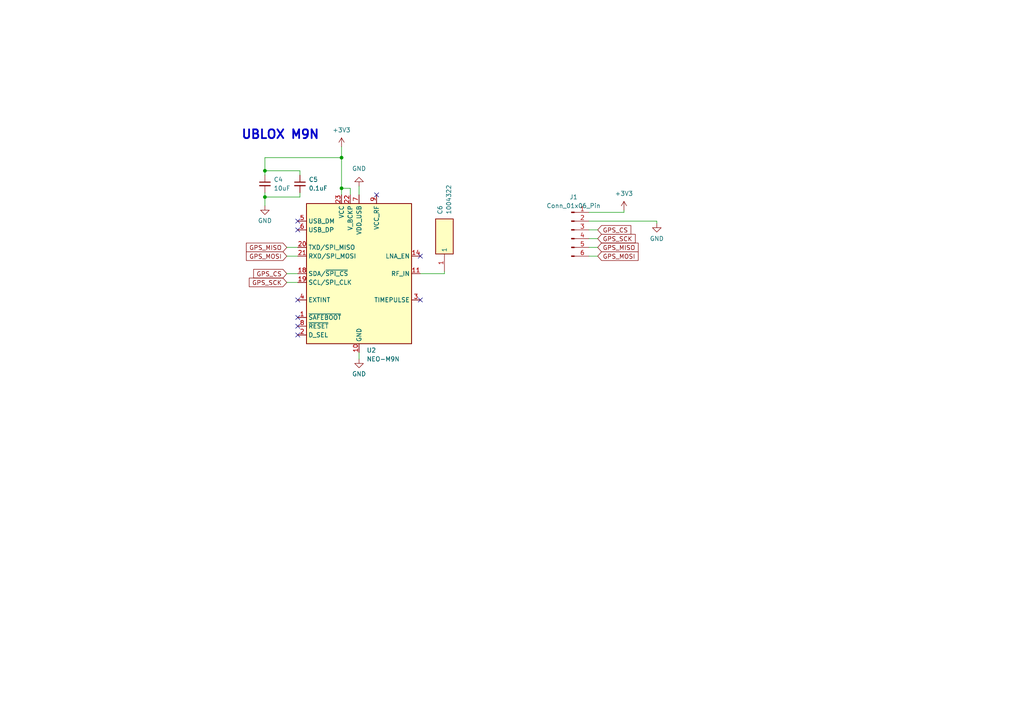
<source format=kicad_sch>
(kicad_sch (version 20230121) (generator eeschema)
  (paper "A4")
  (lib_symbols
    (symbol "Connector:Conn_01x06_Pin" (pin_names (offset 1.016) hide)
      (property "Reference" "J" (at 0 7.62 0))
      (property "Value" "Conn_01x06_Pin" (at 0 -10.16 0))
      (symbol "Conn_01x06_Pin_1_1"
        (polyline (pts (xy 1.27 -7.62) (xy 0.8636 -7.62)) (stroke (width 0.1524)))
        (polyline (pts (xy 1.27 -5.08) (xy 0.8636 -5.08)) (stroke (width 0.1524)))
        (polyline (pts (xy 1.27 -2.54) (xy 0.8636 -2.54)) (stroke (width 0.1524)))
        (polyline (pts (xy 1.27 0) (xy 0.8636 0)) (stroke (width 0.1524)))
        (polyline (pts (xy 1.27 2.54) (xy 0.8636 2.54)) (stroke (width 0.1524)))
        (polyline (pts (xy 1.27 5.08) (xy 0.8636 5.08)) (stroke (width 0.1524)))
        (rectangle (start 0.8636 -7.493) (end 0 -7.747) (stroke (width 0.1524)) (fill (type outline)))
        (rectangle (start 0.8636 -4.953) (end 0 -5.207) (stroke (width 0.1524)) (fill (type outline)))
        (rectangle (start 0.8636 -2.413) (end 0 -2.667) (stroke (width 0.1524)) (fill (type outline)))
        (rectangle (start 0.8636 0.127) (end 0 -0.127) (stroke (width 0.1524)) (fill (type outline)))
        (rectangle (start 0.8636 2.667) (end 0 2.413) (stroke (width 0.1524)) (fill (type outline)))
        (rectangle (start 0.8636 5.207) (end 0 4.953) (stroke (width 0.1524)) (fill (type outline)))
        (pin passive line (at 5.08 5.08 180) (length 3.81) (name "Pin_1") (number "1"))
        (pin passive line (at 5.08 2.54 180) (length 3.81) (name "Pin_2") (number "2"))
        (pin passive line (at 5.08 0 180) (length 3.81) (name "Pin_3") (number "3"))
        (pin passive line (at 5.08 -2.54 180) (length 3.81) (name "Pin_4") (number "4"))
        (pin passive line (at 5.08 -5.08 180) (length 3.81) (name "Pin_5") (number "5"))
        (pin passive line (at 5.08 -7.62 180) (length 3.81) (name "Pin_6") (number "6"))
      )
    )
    (symbol "Device:C_Small" (pin_numbers hide) (pin_names (offset 0.254) hide)
      (property "Reference" "C" (at 0.254 1.778 0))
      (property "Value" "C_Small" (at 0.254 -2.032 0))
      (symbol "C_Small_0_1"
        (polyline (pts (xy -1.524 -0.508) (xy 1.524 -0.508)) (stroke (width 0.3302)))
        (polyline (pts (xy -1.524 0.508) (xy 1.524 0.508)) (stroke (width 0.3048)))
      )
      (symbol "C_Small_1_1"
        (pin passive line (at 0 2.54 270) (length 2.032) (name "~") (number "1"))
        (pin passive line (at 0 -2.54 90) (length 2.032) (name "~") (number "2"))
      )
    )
    (symbol "GPS_ANTENNA:1004322"
      (property "Reference" "C" (at 16.51 7.62 0))
      (property "Value" "1004322" (at 16.51 5.08 0))
      (symbol "1004322_1_1"
        (rectangle (start 5.08 2.54) (end 15.24 -2.54) (stroke (width 0.254)) (fill (type background)))
        (pin passive line (at 0 0 0) (length 5.08) (name "1") (number "1"))
      )
    )
    (symbol "RF_GPS:NEO-M9N"
      (property "Reference" "U" (at -13.97 21.59 0))
      (property "Value" "NEO-M9N" (at 11.43 21.59 0))
      (symbol "NEO-M9N_0_1"
        (rectangle (start -15.24 20.32) (end 15.24 -20.32) (stroke (width 0.254)) (fill (type background)))
      )
      (symbol "NEO-M9N_1_1"
        (pin input line (at -17.78 -12.7 0) (length 2.54) (name "~{SAFEBOOT}") (number "1"))
        (pin power_in line (at 0 -22.86 90) (length 2.54) (name "GND") (number "10"))
        (pin input line (at 17.78 0 180) (length 2.54) (name "RF_IN") (number "11"))
        (pin passive line (at 0 -22.86 90) (length 2.54) hide (name "GND") (number "12"))
        (pin passive line (at 0 -22.86 90) (length 2.54) hide (name "GND") (number "13"))
        (pin output line (at 17.78 5.08 180) (length 2.54) (name "LNA_EN") (number "14"))
        (pin no_connect line (at 15.24 -10.16 180) (length 2.54) hide (name "RESERVED") (number "15"))
        (pin no_connect line (at 15.24 -12.7 180) (length 2.54) hide (name "RESERVED") (number "16"))
        (pin no_connect line (at 15.24 -15.24 180) (length 2.54) hide (name "RESERVED") (number "17"))
        (pin bidirectional line (at -17.78 0 0) (length 2.54) (name "SDA/~{SPI_CS}") (number "18"))
        (pin input line (at -17.78 -2.54 0) (length 2.54) (name "SCL/SPI_CLK") (number "19"))
        (pin input line (at -17.78 -17.78 0) (length 2.54) (name "D_SEL") (number "2"))
        (pin output line (at -17.78 7.62 0) (length 2.54) (name "TXD/SPI_MISO") (number "20"))
        (pin input line (at -17.78 5.08 0) (length 2.54) (name "RXD/SPI_MOSI") (number "21"))
        (pin power_in line (at -2.54 22.86 270) (length 2.54) (name "V_BCKP") (number "22"))
        (pin power_in line (at -5.08 22.86 270) (length 2.54) (name "VCC") (number "23"))
        (pin passive line (at 0 -22.86 90) (length 2.54) hide (name "GND") (number "24"))
        (pin output line (at 17.78 -7.62 180) (length 2.54) (name "TIMEPULSE") (number "3"))
        (pin input line (at -17.78 -7.62 0) (length 2.54) (name "EXTINT") (number "4"))
        (pin bidirectional line (at -17.78 15.24 0) (length 2.54) (name "USB_DM") (number "5"))
        (pin bidirectional line (at -17.78 12.7 0) (length 2.54) (name "USB_DP") (number "6"))
        (pin power_in line (at 0 22.86 270) (length 2.54) (name "VDD_USB") (number "7"))
        (pin input line (at -17.78 -15.24 0) (length 2.54) (name "~{RESET}") (number "8"))
        (pin power_out line (at 5.08 22.86 270) (length 2.54) (name "VCC_RF") (number "9"))
      )
    )
    (symbol "power:+3V3" (power) (pin_names (offset 0))
      (property "Value" "+3V3" (at 0 3.556 0))
      (symbol "+3V3_0_1"
        (polyline (pts (xy -0.762 1.27) (xy 0 2.54)))
        (polyline (pts (xy 0 0) (xy 0 2.54)))
        (polyline (pts (xy 0 2.54) (xy 0.762 1.27)))
      )
      (symbol "+3V3_1_1"
        (pin power_in line (at 0 0 90) (length 0) hide (name "+3V3") (number "1"))
      )
    )
    (symbol "power:GND" (power) (pin_names (offset 0))
      (property "Value" "GND" (at 0 -3.81 0))
      (symbol "GND_0_1"
        (polyline (pts (xy 0 0) (xy 0 -1.27) (xy 1.27 -1.27) (xy 0 -2.54) (xy -1.27 -1.27) (xy 0 -1.27)))
      )
      (symbol "GND_1_1"
        (pin power_in line (at 0 0 270) (length 0) hide (name "GND") (number "1"))
      )
    )
  )
  (junction (at 99.06 54.61))
  (junction (at 99.06 45.72))
  (junction (at 76.835 49.53))
  (junction (at 76.835 57.15))
  (no_connect (at 86.36 86.995))
  (no_connect (at 121.92 74.295))
  (no_connect (at 109.22 56.515))
  (no_connect (at 86.36 92.075))
  (no_connect (at 121.92 86.995))
  (no_connect (at 86.36 64.135))
  (no_connect (at 86.36 66.675))
  (no_connect (at 86.36 94.615))
  (no_connect (at 86.36 97.155))
  (wire (pts (xy 170.815 74.295) (xy 173.355 74.295)))
  (wire (pts (xy 99.06 45.72) (xy 99.06 54.61)))
  (wire (pts (xy 76.835 55.88) (xy 76.835 57.15)))
  (wire (pts (xy 99.06 42.545) (xy 99.06 45.72)))
  (wire (pts (xy 190.5 64.135) (xy 190.5 64.77)))
  (wire (pts (xy 86.995 49.53) (xy 76.835 49.53)))
  (wire (pts (xy 76.835 57.15) (xy 86.995 57.15)))
  (wire (pts (xy 83.185 79.375) (xy 86.36 79.375)))
  (wire (pts (xy 99.06 54.61) (xy 99.06 56.515)))
  (wire (pts (xy 170.815 71.755) (xy 173.355 71.755)))
  (wire (pts (xy 83.185 74.295) (xy 86.36 74.295)))
  (wire (pts (xy 76.835 57.15) (xy 76.835 59.69)))
  (wire (pts (xy 170.815 61.595) (xy 180.975 61.595)))
  (wire (pts (xy 86.995 55.88) (xy 86.995 57.15)))
  (wire (pts (xy 76.835 45.72) (xy 99.06 45.72)))
  (wire (pts (xy 83.185 71.755) (xy 86.36 71.755)))
  (wire (pts (xy 170.815 69.215) (xy 173.355 69.215)))
  (wire (pts (xy 170.815 64.135) (xy 190.5 64.135)))
  (wire (pts (xy 104.14 53.975) (xy 104.14 56.515)))
  (wire (pts (xy 99.06 54.61) (xy 101.6 54.61)))
  (wire (pts (xy 76.835 49.53) (xy 76.835 50.8)))
  (wire (pts (xy 128.905 78.74) (xy 128.905 79.375)))
  (wire (pts (xy 104.14 102.235) (xy 104.14 104.14)))
  (wire (pts (xy 76.835 45.72) (xy 76.835 49.53)))
  (wire (pts (xy 170.815 66.675) (xy 173.355 66.675)))
  (wire (pts (xy 83.185 81.915) (xy 86.36 81.915)))
  (wire (pts (xy 128.905 79.375) (xy 121.92 79.375)))
  (wire (pts (xy 101.6 54.61) (xy 101.6 56.515)))
  (wire (pts (xy 86.995 50.8) (xy 86.995 49.53)))
  (wire (pts (xy 180.975 61.595) (xy 180.975 60.96)))
  (text "UBLOX M9N" (at 69.85 40.64 0) (effects (font (size 2.54 2.54) (thickness 0.508) bold) (justify left bottom)))
  (global_label "GPS_CS" (shape input) (at 173.355 66.675 0) (property "Intersheetrefs" "${INTERSHEET_REFS}" (effects hide)))
  (global_label "GPS_MISO" (shape input) (at 173.355 71.755 0) (property "Intersheetrefs" "${INTERSHEET_REFS}" (effects hide)))
  (global_label "GPS_MOSI" (shape input) (at 173.355 74.295 0) (property "Intersheetrefs" "${INTERSHEET_REFS}" (effects hide)))
  (global_label "GPS_SCK" (shape input) (at 173.355 69.215 0) (property "Intersheetrefs" "${INTERSHEET_REFS}" (effects hide)))
  (global_label "GPS_MISO" (shape input) (at 83.185 71.755 180) (property "Intersheetrefs" "${INTERSHEET_REFS}" (effects hide)))
  (global_label "GPS_SCK" (shape input) (at 83.185 81.915 180) (property "Intersheetrefs" "${INTERSHEET_REFS}" (effects hide)))
  (global_label "GPS_MOSI" (shape input) (at 83.185 74.295 180) (property "Intersheetrefs" "${INTERSHEET_REFS}" (effects hide)))
  (global_label "GPS_CS" (shape input) (at 83.185 79.375 180) (property "Intersheetrefs" "${INTERSHEET_REFS}" (effects hide)))
  (symbol (lib_id "power:GND") (at 76.835 59.69 0) (unit 1)
    (property "Reference" "#PWR01" (effects hide))
    (property "Value" "GND" (at 76.835 64.008 0))
  )
  (symbol (lib_id "Connector:Conn_01x06_Pin") (at 165.735 66.675 0) (unit 1)
    (property "Reference" "J1" (at 166.37 57.15 0))
    (property "Value" "Conn_01x06_Pin" (at 166.37 59.69 0))
    (property "Footprint" "Connector_JST:JST_GH_BM06B-GHS-TBT_1x06-1MP_P1.25mm_Vertical" (effects hide))
  )
  (symbol (lib_id "Device:C_Small") (at 86.995 53.34 0) (unit 1)
    (property "Reference" "C5" (at 89.535 52.0763 0) (effects (justify left)))
    (property "Value" "0.1uF" (at 89.535 54.6163 0) (effects (justify left)))
    (property "Footprint" "Capacitor_SMD:C_0805_2012Metric" (effects hide))
  )
  (symbol (lib_id "power:GND") (at 190.5 64.77 0) (unit 1)
    (property "Reference" "#PWR06" (effects hide))
    (property "Value" "GND" (at 190.5 69.215 0))
  )
  (symbol (lib_id "power:+3V3") (at 180.975 60.96 0) (unit 1)
    (property "Reference" "#PWR05" (effects hide))
    (property "Value" "+3V3" (at 180.975 56.134 0))
  )
  (symbol (lib_id "Device:C_Small") (at 76.835 53.34 0) (unit 1)
    (property "Reference" "C4" (at 79.375 52.0763 0) (effects (justify left)))
    (property "Value" "10uF" (at 79.375 54.6163 0) (effects (justify left)))
    (property "Footprint" "Capacitor_SMD:C_0805_2012Metric" (effects hide))
  )
  (symbol (lib_id "power:GND") (at 104.14 53.975 180) (unit 1)
    (property "Reference" "#PWR03" (effects hide))
    (property "Value" "GND" (at 104.14 48.895 0))
  )
  (symbol (lib_id "power:GND") (at 104.14 104.14 0) (unit 1)
    (property "Reference" "#PWR04" (effects hide))
    (property "Value" "GND" (at 104.14 108.458 0))
  )
  (symbol (lib_id "GPS_ANTENNA:1004322") (at 128.905 78.74 90) (unit 1)
    (property "Reference" "C6" (at 127.635 62.23 0) (effects (justify left)))
    (property "Value" "1004322" (at 130.175 62.23 0) (effects (justify left)))
    (property "Footprint" "RF_GPS:GPS_ANTENNA" (effects hide))
    (property "Datasheet" "http://datasheets.avx.com/ethertronics/AVX-E_1004322.pdf" (effects hide))
    (property "Height" "4.9" (effects hide))
    (property "Mouser Part Number" "581-1004322" (effects hide))
    (property "Mouser Price/Stock" "https://www.mouser.co.uk/ProductDetail/AVX/1004322?qs=vHuUswq2%252Bszk7ntQpd7XBg%3D%3D" (effects hide))
    (property "Manufacturer_Name" "AVX" (effects hide))
    (property "Manufacturer_Part_Number" "1004322" (effects hide))
  )
  (symbol (lib_id "RF_GPS:NEO-M9N") (at 104.14 79.375 0) (unit 1)
    (property "Reference" "U2" (at 106.3341 101.6 0) (effects (justify left)))
    (property "Value" "NEO-M9N" (at 106.3341 104.14 0) (effects (justify left)))
    (property "Footprint" "RF_GPS:ublox_NEO" (effects hide))
    (property "Datasheet" "https://www.u-blox.com/sites/default/files/NEO-M9N-00B_DataSheet_UBX-19014285.pdf" (effects hide))
  )
  (symbol (lib_id "power:+3V3") (at 99.06 42.545 0) (unit 1)
    (property "Reference" "#PWR02" (effects hide))
    (property "Value" "+3V3" (at 99.06 37.719 0))
  )
)
</source>
